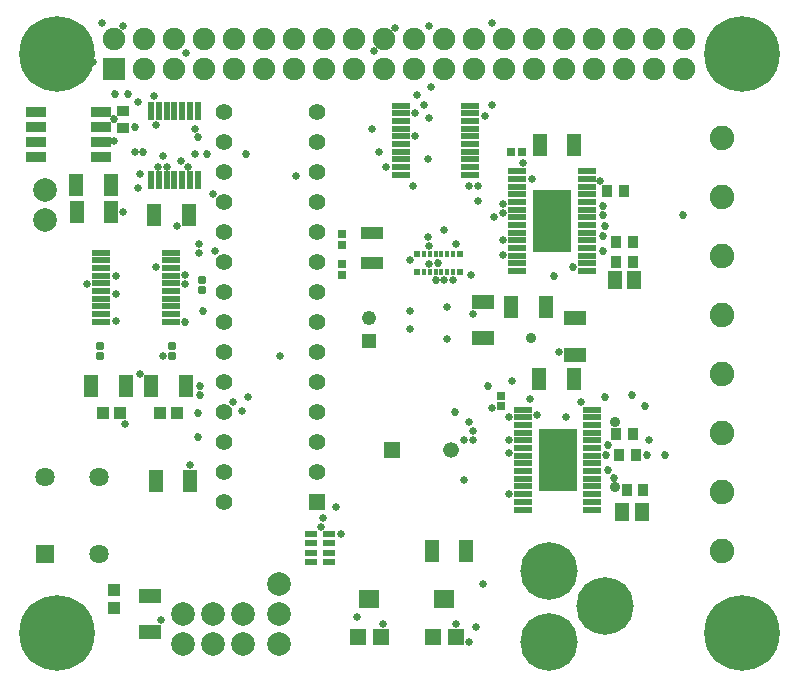
<source format=gbr>
G04 EAGLE Gerber RS-274X export*
G75*
%MOIN*%
%FSLAX34Y34*%
%LPD*%
%INSoldermask Top*%
%IPPOS*%
%AMOC8*
5,1,8,0,0,1.08239X$1,22.5*%
G01*
%ADD10C,0.016281*%
%ADD11R,0.033740X0.042008*%
%ADD12R,0.029409X0.030591*%
%ADD13R,0.045157X0.062874*%
%ADD14R,0.052244X0.052244*%
%ADD15C,0.052244*%
%ADD16R,0.030591X0.029409*%
%ADD17R,0.042008X0.033740*%
%ADD18R,0.029409X0.027047*%
%ADD19R,0.048307X0.048307*%
%ADD20C,0.048307*%
%ADD21R,0.022717X0.063071*%
%ADD22R,0.063071X0.022717*%
%ADD23R,0.127047X0.208937*%
%ADD24R,0.065039X0.032559*%
%ADD25C,0.191732*%
%ADD26C,0.081772*%
%ADD27C,0.079000*%
%ADD28R,0.042402X0.042402*%
%ADD29R,0.048307X0.073898*%
%ADD30R,0.075866X0.046339*%
%ADD31R,0.046339X0.073898*%
%ADD32R,0.046339X0.075866*%
%ADD33R,0.064055X0.064055*%
%ADD34C,0.064055*%
%ADD35R,0.055197X0.055197*%
%ADD36C,0.055197*%
%ADD37C,0.113268*%
%ADD38R,0.075000X0.075000*%
%ADD39C,0.075000*%
%ADD40C,0.251969*%
%ADD41R,0.075866X0.044370*%
%ADD42R,0.067992X0.064055*%
%ADD43R,0.021732X0.024685*%
%ADD44R,0.014843X0.024685*%
%ADD45R,0.040433X0.020748*%
%ADD46C,0.025000*%
%ADD47C,0.027000*%
%ADD48C,0.035000*%


D10*
X2738Y10681D02*
X2862Y10681D01*
X2862Y10581D01*
X2738Y10581D01*
X2738Y10681D01*
X2738Y11019D02*
X2862Y11019D01*
X2862Y10919D01*
X2738Y10919D01*
X2738Y11019D01*
D11*
X20280Y16100D03*
X19720Y16100D03*
D12*
X16200Y9273D03*
X16200Y8927D03*
D13*
X20619Y13150D03*
X19981Y13150D03*
D11*
X20020Y13750D03*
X20580Y13750D03*
X20580Y8000D03*
X20020Y8000D03*
D14*
X12550Y7457D03*
D15*
X14519Y7457D03*
D11*
X20580Y14400D03*
X20020Y14400D03*
D16*
X16527Y17400D03*
X16873Y17400D03*
D17*
X3600Y18220D03*
X3600Y18780D03*
D10*
X5138Y10919D02*
X5262Y10919D01*
X5138Y10919D02*
X5138Y11019D01*
X5262Y11019D01*
X5262Y10919D01*
X5262Y10581D02*
X5138Y10581D01*
X5138Y10681D01*
X5262Y10681D01*
X5262Y10581D01*
D18*
X10900Y14311D03*
X10900Y14689D03*
X10900Y13311D03*
X10900Y13689D03*
D19*
X11800Y11100D03*
D20*
X11800Y11887D03*
D10*
X6262Y12881D02*
X6138Y12881D01*
X6262Y12881D02*
X6262Y12781D01*
X6138Y12781D01*
X6138Y12881D01*
X6138Y13219D02*
X6262Y13219D01*
X6262Y13119D01*
X6138Y13119D01*
X6138Y13219D01*
D13*
X20869Y5400D03*
X20231Y5400D03*
D11*
X20370Y6150D03*
X20930Y6150D03*
X20680Y7300D03*
X20120Y7300D03*
D21*
X4532Y16459D03*
X4788Y16459D03*
X5044Y16459D03*
X5300Y16459D03*
X5556Y16459D03*
X5812Y16459D03*
X6068Y16459D03*
X6068Y18772D03*
X5812Y18772D03*
X5556Y18772D03*
X5300Y18772D03*
X5044Y18772D03*
X4788Y18772D03*
X4532Y18772D03*
D22*
X2859Y14052D03*
X2859Y13796D03*
X2859Y13540D03*
X2859Y13284D03*
X2859Y13028D03*
X2859Y12772D03*
X2859Y12516D03*
X2859Y12260D03*
X2859Y12004D03*
X2859Y11748D03*
X5172Y11748D03*
X5172Y12004D03*
X5172Y12260D03*
X5172Y12516D03*
X5172Y12772D03*
X5172Y13028D03*
X5172Y13284D03*
X5172Y13540D03*
X5172Y13796D03*
X5172Y14052D03*
X12843Y18952D03*
X12843Y18696D03*
X12843Y18440D03*
X12843Y18184D03*
X12843Y17928D03*
X12843Y17672D03*
X12843Y17416D03*
X12843Y17160D03*
X12843Y16904D03*
X12843Y16648D03*
X15157Y16648D03*
X15157Y16904D03*
X15157Y17160D03*
X15157Y17416D03*
X15157Y17672D03*
X15157Y17928D03*
X15157Y18184D03*
X15157Y18440D03*
X15157Y18696D03*
X15157Y18952D03*
X19232Y5489D03*
X19232Y5744D03*
X19232Y6000D03*
X19232Y6256D03*
X19232Y6512D03*
X19232Y6768D03*
X19232Y7024D03*
X19232Y7280D03*
X19232Y7536D03*
X19232Y7792D03*
X19232Y8048D03*
X19232Y8304D03*
X19232Y8559D03*
X19232Y8815D03*
X16919Y8815D03*
X16919Y8559D03*
X16919Y8304D03*
X16919Y8048D03*
X16919Y7792D03*
X16919Y7536D03*
X16919Y7280D03*
X16919Y7024D03*
X16919Y6768D03*
X16919Y6512D03*
X16919Y6256D03*
X16919Y6000D03*
X16919Y5744D03*
X16919Y5489D03*
D23*
X18076Y7152D03*
D22*
X19044Y13437D03*
X19044Y13693D03*
X19044Y13948D03*
X19044Y14204D03*
X19044Y14460D03*
X19044Y14716D03*
X19044Y14972D03*
X19044Y15228D03*
X19044Y15484D03*
X19044Y15740D03*
X19044Y15996D03*
X19044Y16252D03*
X19044Y16507D03*
X19044Y16763D03*
X16731Y16763D03*
X16731Y16507D03*
X16731Y16252D03*
X16731Y15996D03*
X16731Y15740D03*
X16731Y15484D03*
X16731Y15228D03*
X16731Y14972D03*
X16731Y14716D03*
X16731Y14460D03*
X16731Y14204D03*
X16731Y13948D03*
X16731Y13693D03*
X16731Y13437D03*
D23*
X17888Y15100D03*
D24*
X700Y18750D03*
X700Y18250D03*
X700Y17750D03*
X700Y17250D03*
X2836Y17250D03*
X2836Y17750D03*
X2836Y18250D03*
X2836Y18750D03*
D25*
X17794Y3446D03*
X17794Y1084D03*
X19644Y2265D03*
D26*
X23550Y4095D03*
X23550Y6063D03*
X23550Y8032D03*
X23550Y10000D03*
X23550Y11969D03*
X23550Y13937D03*
X23550Y15906D03*
X23550Y17874D03*
D27*
X1000Y15140D03*
X1000Y16140D03*
D28*
X3300Y2205D03*
X3300Y2795D03*
X3495Y8700D03*
X2905Y8700D03*
X5395Y8700D03*
X4805Y8700D03*
D29*
X17466Y9841D03*
X18608Y9841D03*
X13879Y4100D03*
X15021Y4100D03*
D30*
X15600Y12410D03*
X15600Y11190D03*
D29*
X17479Y17650D03*
X18621Y17650D03*
X16529Y12250D03*
X17671Y12250D03*
D31*
X2041Y15400D03*
X3183Y15400D03*
D32*
X4609Y15300D03*
X5791Y15300D03*
X3191Y16300D03*
X2009Y16300D03*
D31*
X4679Y6450D03*
X5821Y6450D03*
D32*
X2509Y9600D03*
X3691Y9600D03*
X4509Y9600D03*
X5691Y9600D03*
D30*
X4500Y1409D03*
X4500Y2591D03*
X18650Y10640D03*
X18650Y11860D03*
D33*
X1000Y4000D03*
D34*
X1000Y6559D03*
X2772Y4000D03*
X2772Y6559D03*
D35*
X10059Y5726D03*
D36*
X10059Y6726D03*
X10059Y11726D03*
X10059Y12726D03*
X10059Y7726D03*
X10059Y8726D03*
X10059Y10726D03*
X10059Y9726D03*
X10059Y13726D03*
X10059Y14726D03*
X10059Y15726D03*
X10059Y16726D03*
X10059Y17726D03*
X10059Y18726D03*
X6941Y18726D03*
X6941Y17726D03*
X6941Y16726D03*
X6941Y15726D03*
X6941Y14726D03*
X6941Y13726D03*
X6941Y12726D03*
X6941Y11726D03*
X6941Y10726D03*
X6941Y9726D03*
X6941Y8726D03*
X6941Y7726D03*
X6941Y6726D03*
X6941Y5726D03*
D37*
X1378Y1378D03*
X1378Y20669D03*
X24213Y1378D03*
X24213Y20669D03*
D38*
X3295Y20169D03*
D39*
X3295Y21169D03*
X4295Y20169D03*
X4295Y21169D03*
X5295Y20169D03*
X5295Y21169D03*
X6295Y20169D03*
X6295Y21169D03*
X7295Y20169D03*
X7295Y21169D03*
X8295Y20169D03*
X8295Y21169D03*
X9295Y20169D03*
X9295Y21169D03*
X10295Y20169D03*
X10295Y21169D03*
X11295Y20169D03*
X11295Y21169D03*
X12295Y20169D03*
X12295Y21169D03*
X13295Y20169D03*
X13295Y21169D03*
X14295Y20169D03*
X14295Y21169D03*
X15295Y20169D03*
X15295Y21169D03*
X16295Y20169D03*
X16295Y21169D03*
X17295Y20169D03*
X17295Y21169D03*
X18295Y20169D03*
X18295Y21169D03*
X19295Y20169D03*
X19295Y21169D03*
X20295Y20169D03*
X20295Y21169D03*
X21295Y20169D03*
X21295Y21169D03*
X22295Y20169D03*
X22295Y21169D03*
D40*
X1378Y20669D03*
X24213Y20669D03*
X1378Y1378D03*
X24213Y1378D03*
D41*
X11900Y14692D03*
X11900Y13708D03*
D27*
X7600Y2000D03*
X7600Y1000D03*
X6600Y2000D03*
X6600Y1000D03*
X5600Y2000D03*
X5600Y1000D03*
D14*
X11406Y1231D03*
D42*
X11800Y2510D03*
D14*
X12194Y1231D03*
X13906Y1231D03*
D42*
X14300Y2510D03*
D14*
X14694Y1231D03*
D27*
X8800Y1000D03*
X8800Y2000D03*
X8800Y3000D03*
D43*
X13377Y13405D03*
D44*
X13608Y13405D03*
X13805Y13405D03*
X14002Y13405D03*
X14198Y13405D03*
X14395Y13405D03*
X14592Y13405D03*
D43*
X14823Y13405D03*
X14823Y13995D03*
D44*
X14592Y13995D03*
X14395Y13995D03*
X14198Y13995D03*
X14002Y13995D03*
X13805Y13995D03*
X13608Y13995D03*
D43*
X13377Y13995D03*
D45*
X9835Y4672D03*
X10465Y4672D03*
X9835Y4357D03*
X10465Y4357D03*
X9835Y4043D03*
X10465Y4043D03*
X9835Y3728D03*
X10465Y3728D03*
D46*
X4920Y10620D03*
X5820Y6960D03*
X4860Y1800D03*
X4620Y19260D03*
X14280Y13140D03*
X15660Y18600D03*
X10860Y4680D03*
X13320Y18720D03*
X13800Y18540D03*
X3360Y11760D03*
X5400Y14940D03*
X13260Y16260D03*
X4080Y16200D03*
X4740Y16920D03*
X5040Y16920D03*
X5520Y17100D03*
X5760Y16920D03*
X3360Y13260D03*
X2580Y20400D03*
X2400Y13020D03*
X2880Y21720D03*
X3600Y21600D03*
X12660Y21540D03*
X13380Y19320D03*
X5700Y20700D03*
X11940Y20760D03*
X6660Y14100D03*
X15420Y16260D03*
X6120Y14340D03*
X15120Y16260D03*
X13620Y18960D03*
X11880Y18180D03*
X13800Y21600D03*
X15900Y21720D03*
X12360Y16920D03*
X3300Y17760D03*
X3600Y15420D03*
X12120Y17400D03*
X13860Y19560D03*
X13320Y17940D03*
X15900Y18960D03*
X16440Y8580D03*
X17220Y16500D03*
X17400Y8640D03*
X3660Y8340D03*
X3980Y17400D03*
X4680Y18300D03*
X4920Y17280D03*
X6000Y17340D03*
X9360Y16620D03*
X7560Y8760D03*
X15960Y15240D03*
X14280Y14820D03*
X8820Y10620D03*
X7260Y9060D03*
X14680Y14340D03*
X16260Y15360D03*
X15240Y12000D03*
X14400Y11160D03*
X7740Y9240D03*
X5640Y13020D03*
X5640Y13320D03*
X6600Y16020D03*
X4680Y13560D03*
X4140Y16680D03*
X18120Y10740D03*
X5978Y18160D03*
D47*
X6160Y9620D03*
D46*
X6120Y14040D03*
X4140Y10020D03*
X13740Y17160D03*
X16440Y7380D03*
X14940Y6480D03*
D48*
X20000Y8400D03*
X17200Y11200D03*
X20000Y6230D03*
D47*
X19600Y14118D03*
D46*
X3360Y12660D03*
X4080Y19080D03*
D47*
X19950Y6550D03*
X19750Y6815D03*
X19700Y7300D03*
X19750Y7650D03*
X21000Y8950D03*
D46*
X16440Y6000D03*
X10200Y4920D03*
X16260Y13980D03*
X15120Y8400D03*
X15240Y8100D03*
X15180Y13320D03*
X10260Y5220D03*
X10680Y5580D03*
X14940Y7800D03*
X14580Y13140D03*
X16260Y14460D03*
X15240Y7800D03*
X16440Y7800D03*
X15360Y1560D03*
X15120Y1080D03*
X16260Y15660D03*
X16560Y9780D03*
X17160Y9180D03*
D47*
X17950Y13280D03*
X18584Y13566D03*
X19600Y14600D03*
X19650Y14950D03*
X19600Y15300D03*
X22250Y15300D03*
X19600Y15600D03*
D46*
X18840Y9060D03*
X18360Y8580D03*
D47*
X6100Y8700D03*
X6100Y7900D03*
X19650Y9250D03*
X20550Y9300D03*
X3270Y18506D03*
X3750Y19350D03*
X3306Y19350D03*
X15750Y9600D03*
X14650Y8750D03*
X5650Y11746D03*
X6250Y12100D03*
X6150Y9300D03*
X21050Y7300D03*
X21650Y7300D03*
X14100Y13700D03*
X14010Y13136D03*
X4000Y18250D03*
X4250Y17400D03*
X6100Y17900D03*
X6400Y17350D03*
X7700Y17350D03*
D46*
X12240Y1680D03*
X15900Y8880D03*
X11400Y1920D03*
X21120Y7800D03*
X13140Y13800D03*
X15420Y15780D03*
X13740Y14580D03*
X13140Y12120D03*
X14400Y12240D03*
X13140Y11520D03*
X13800Y14280D03*
X13800Y13680D03*
X16920Y17040D03*
X14700Y1680D03*
X15600Y3000D03*
X19500Y16440D03*
M02*

</source>
